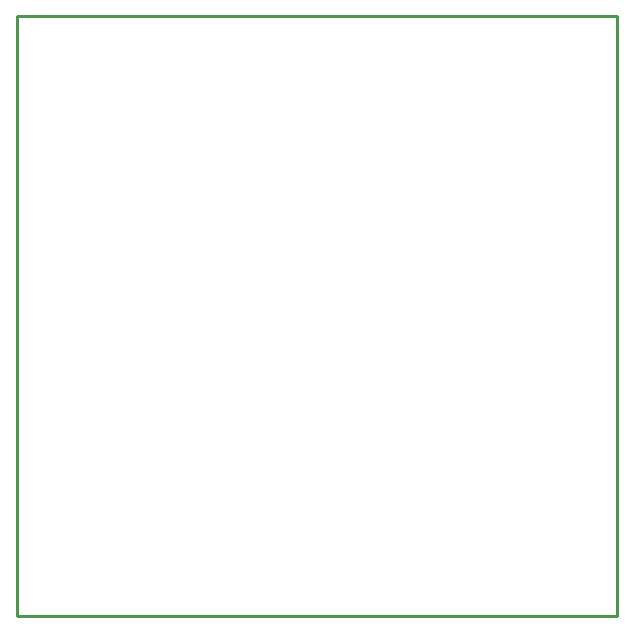
<source format=gbr>
G04 #@! TF.FileFunction,Profile,NP*
%FSLAX46Y46*%
G04 Gerber Fmt 4.6, Leading zero omitted, Abs format (unit mm)*
G04 Created by KiCad (PCBNEW 4.0.7) date 10/29/17 06:02:24*
%MOMM*%
%LPD*%
G01*
G04 APERTURE LIST*
%ADD10C,0.100000*%
%ADD11C,0.254000*%
G04 APERTURE END LIST*
D10*
D11*
X97700000Y-89000000D02*
X148500000Y-89000000D01*
X148500000Y-38200000D02*
X148500000Y-89000000D01*
X97700000Y-38200000D02*
X148500000Y-38200000D01*
X97700000Y-38200000D02*
X97700000Y-89000000D01*
M02*

</source>
